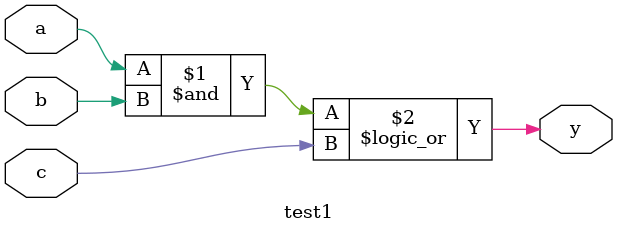
<source format=v>
`timescale 1ns / 1ps


module test1(
    input a,
    input b,
    input c,
    output y
    );
    
    assign y = (a & b) || c;
endmodule

</source>
